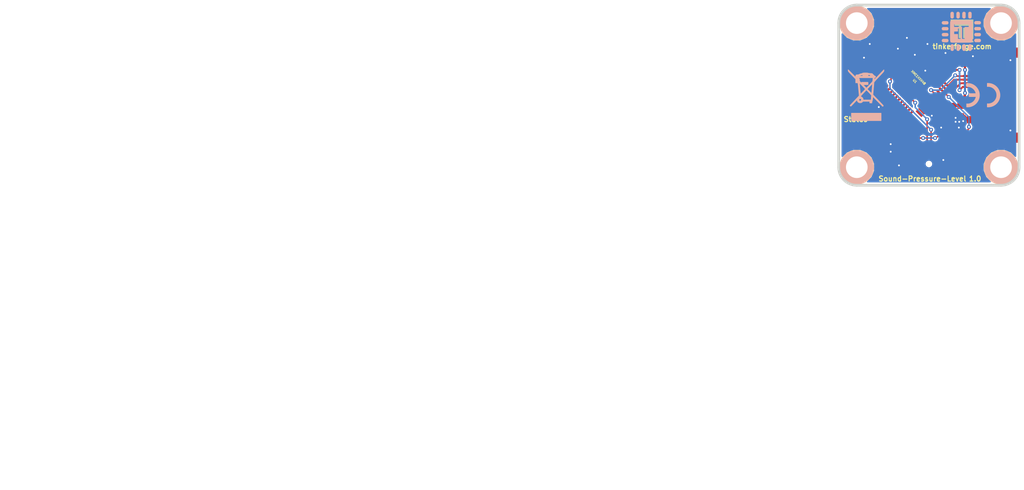
<source format=kicad_pcb>
(kicad_pcb (version 4) (host pcbnew 4.0.7-e2-6376~58~ubuntu17.04.1)
  (title_block (title "Sound-Level-Pressure Bricklet") (date 2018-01-22) (rev 1.0) (company "Tinkerforge GmbH") (comment 1 "Licensed under CERN OHL v.1.1") (comment 2 "Copyright (©) 2018, L.Lauer <lukas@tinkerforge.com>"))
  (layers (0 F.Cu signal) (31 B.Cu signal hide) (34 B.Paste user) (35 F.Paste user) (36 B.SilkS user) (37 F.SilkS user) (38 B.Mask user) (39 F.Mask user) (44 Edge.Cuts user))
  (net 0 "")
  (net 1 GND)
  (net 2 VCC)
  (net 3 S-MISO)
  (net 4 S-CS)
  (net 5 S-CLK)
  (net 6 S-MOSI)
  (net 7 "Net-(C7-Pad1)")
  (net 8 "Net-(C8-Pad1)")
  (net 9 "Net-(C9-Pad1)")
  (net 10 "Net-(D3-Pad2)")
  (net 11 "Net-(P1-Pad1)")
  (net 12 "Net-(P1-Pad4)")
  (net 13 "Net-(P1-Pad5)")
  (net 14 "Net-(P1-Pad6)")
  (net 15 "Net-(P2-Pad2)")
  (net 16 "Net-(R1-Pad1)")
  (net 17 SD)
  (net 18 "Net-(U1-Pad2)")
  (net 19 "Net-(U1-Pad3)")
  (net 20 "Net-(U1-Pad4)")
  (net 21 "Net-(U1-Pad5)")
  (net 22 "Net-(U1-Pad6)")
  (net 23 "Net-(U1-Pad7)")
  (net 24 "Net-(U1-Pad8)")
  (net 25 "Net-(U1-Pad9)")
  (net 26 "Net-(U1-Pad10)")
  (net 27 "Net-(U1-Pad11)")
  (net 28 "Net-(U1-Pad12)")
  (net 29 "Net-(U1-Pad13)")
  (net 30 "Net-(U1-Pad14)")
  (net 31 "Net-(U1-Pad15)")
  (net 32 "Net-(U1-Pad16)")
  (net 33 "Net-(U1-Pad21)")
  (net 34 WS)
  (net 35 "Net-(U1-Pad26)")
  (net 36 "Net-(U1-Pad28)")
  (net 37 "Net-(U1-Pad29)")
  (net 38 "Net-(U1-Pad30)")
  (net 39 "Net-(U1-Pad31)")
  (net 40 "Net-(U1-Pad32)")
  (net 41 "Net-(U1-Pad33)")
  (net 42 "Net-(U1-Pad34)")
  (net 43 "Net-(U1-Pad35)")
  (net 44 "Net-(U1-Pad36)")
  (net 45 "Net-(U1-Pad39)")
  (net 46 "Net-(U1-Pad40)")
  (net 47 "Net-(U1-Pad43)")
  (net 48 "Net-(U1-Pad44)")
  (net 49 SCK)
  (net 50 "Net-(R3-Pad1)")
  (net 51 "Net-(R4-Pad1)")
  (net 52 "Net-(P3-Pad1)")
  (module kicad-libraries:C0603F (layer F.Cu) (at 138.5 132 315)
    (fp_text reference C8)
    (fp_text value 10pF)
    (pad 1 smd rect (at -0.75 0 315) (size 0.9 0.9) (layers F.Cu F.Paste F.Mask) (net 8 "Net-(C8-Pad1)"))
    (pad 2 smd rect (at 0.75 0 315) (size 0.9 0.9) (layers F.Cu F.Paste F.Mask) (net 1 GND))
  )
  (module kicad-libraries:SolderJumper (layer F.Cu) (at 135.05 141.8 45)
    (fp_text reference P2)
    (fp_text value BOOT)
    (pad 2 smd rect (at 0.55 0 45) (size 0.3 1.4) (layers F.Cu F.Mask) (net 15 "Net-(P2-Pad2)"))
    (pad 2 smd rect (at 0.15 0 45) (size 0.6 0.5) (layers F.Cu F.Mask) (net 15 "Net-(P2-Pad2)"))
    (pad 1 smd rect (at -0.5 0 45) (size 0.4 1.4) (layers F.Cu F.Mask) (net 1 GND))
    (pad 1 smd rect (at -0.225 0.55 45) (size 0.95 0.3) (layers F.Cu F.Mask) (net 1 GND))
    (pad 1 smd rect (at -0.225 -0.55 45) (size 0.95 0.3) (layers F.Cu F.Mask) (net 1 GND))
  )
  (module kicad-libraries:C0805 (layer F.Cu) (at 148.5 143.4 90)
    (fp_text reference C1)
    (fp_text value 10uF)
    (pad 1 smd rect (at -1.00076 0 90) (size 1.00076 1.24968) (layers F.Cu F.Paste F.Mask) (net 1 GND) (clearance 0.14986))
    (pad 2 smd rect (at 1.00076 0 90) (size 1.00076 1.24968) (layers F.Cu F.Paste F.Mask) (net 2 VCC) (clearance 0.14986))
  )
  (module kicad-libraries:D0603E (layer F.Cu) (at 132.4 143.15 180)
    (fp_text reference D3)
    (fp_text value blue)
    (pad 1 smd rect (at -0.8501 0 180) (size 1.1 1) (layers F.Cu F.Paste F.Mask) (net 2 VCC))
    (pad 2 smd rect (at 0.8501 0 180) (size 1.1 1) (layers F.Cu F.Paste F.Mask) (net 10 "Net-(D3-Pad2)"))
  )
  (module kicad-libraries:CON-SENSOR2 (layer F.Cu) (at 155.1 141 90)
    (fp_text reference P1)
    (fp_text value CON-SENSOR2)
    (pad 1 smd rect (at -3.75 -4.6 90) (size 0.6 1.8) (layers F.Cu F.Paste F.Mask) (net 11 "Net-(P1-Pad1)"))
    (pad 2 smd rect (at -2.5 -4.6 90) (size 0.6 1.8) (layers F.Cu F.Paste F.Mask) (net 1 GND))
    (pad EP smd rect (at -5.9 -1.2 90) (size 1.4 2.4) (layers F.Cu F.Paste F.Mask) (net 1 GND))
    (pad EP smd rect (at 5.9 -1.2 90) (size 1.4 2.4) (layers F.Cu F.Paste F.Mask) (net 1 GND))
    (pad 3 smd rect (at -1.25 -4.6 90) (size 0.6 1.8) (layers F.Cu F.Paste F.Mask) (net 2 VCC))
    (pad 4 smd rect (at 0 -4.6 90) (size 0.6 1.8) (layers F.Cu F.Paste F.Mask) (net 12 "Net-(P1-Pad4)"))
    (pad 5 smd rect (at 1.25 -4.6 90) (size 0.6 1.8) (layers F.Cu F.Paste F.Mask) (net 13 "Net-(P1-Pad5)"))
    (pad 6 smd rect (at 2.5 -4.6 90) (size 0.6 1.8) (layers F.Cu F.Paste F.Mask) (net 14 "Net-(P1-Pad6)"))
    (pad 7 smd rect (at 3.75 -4.6 90) (size 0.6 1.8) (layers F.Cu F.Paste F.Mask) (net 7 "Net-(C7-Pad1)"))
  )
  (module kicad-libraries:R0603F (layer F.Cu) (at 145.6 146.7 45)
    (fp_text reference R2)
    (fp_text value 100k)
    (pad 1 smd rect (at -0.75 0 45) (size 0.9 0.9) (layers F.Cu F.Paste F.Mask) (net 17 SD))
    (pad 2 smd rect (at 0.75 0 45) (size 0.9 0.9) (layers F.Cu F.Paste F.Mask) (net 1 GND))
  )
  (module kicad-libraries:4X0402 (layer F.Cu) (at 148.2 139.1 90)
    (fp_text reference RP1)
    (fp_text value 220)
    (pad 1 smd rect (at -0.7493 0.575 270) (size 0.29972 0.65) (layers F.Cu F.Paste F.Mask) (net 12 "Net-(P1-Pad4)"))
    (pad 2 smd rect (at -0.24892 0.575 270) (size 0.29972 0.65) (layers F.Cu F.Paste F.Mask) (net 13 "Net-(P1-Pad5)"))
    (pad 3 smd rect (at 0.24892 0.575 270) (size 0.29972 0.65) (layers F.Cu F.Paste F.Mask) (net 14 "Net-(P1-Pad6)"))
    (pad 4 smd rect (at 0.7493 0.575 270) (size 0.29972 0.65) (layers F.Cu F.Paste F.Mask) (net 7 "Net-(C7-Pad1)"))
    (pad 5 smd rect (at 0.7493 -0.575 90) (size 0.29972 0.65) (layers F.Cu F.Paste F.Mask) (net 3 S-MISO))
    (pad 6 smd rect (at 0.24892 -0.575 90) (size 0.29972 0.65) (layers F.Cu F.Paste F.Mask) (net 6 S-MOSI))
    (pad 7 smd rect (at -0.24892 -0.575 90) (size 0.29972 0.65) (layers F.Cu F.Paste F.Mask) (net 5 S-CLK))
    (pad 8 smd rect (at -0.7493 -0.575 90) (size 0.29972 0.65) (layers F.Cu F.Paste F.Mask) (net 4 S-CS))
  )
  (module kicad-libraries:QFN48-EP2 (layer F.Cu) (at 140.65 139.05 315)
    (fp_text reference U1 (at 0 0 315) (layer F.SilkS) (effects (font (size 0.29972 0.29972) (thickness 0.0762))))
    (fp_text value XMC1XXX48 (at 0 -0.7 315) (layer F.SilkS) (effects (font (size 0.29972 0.29972) (thickness 0.0762))))
    (pad 1 smd rect (at -2.74828 3.61188 135) (size 0.29972 1.14808) (layers F.Cu F.Paste F.Mask) (net 15 "Net-(P2-Pad2)"))
    (pad 2 smd rect (at -2.2479 3.61188 135) (size 0.29972 1.14808) (layers F.Cu F.Paste F.Mask) (net 18 "Net-(U1-Pad2)"))
    (pad 3 smd rect (at -1.74752 3.61188 135) (size 0.29972 1.14808) (layers F.Cu F.Paste F.Mask) (net 19 "Net-(U1-Pad3)"))
    (pad 4 smd rect (at -1.24968 3.61188 135) (size 0.29972 1.14808) (layers F.Cu F.Paste F.Mask) (net 20 "Net-(U1-Pad4)"))
    (pad 5 smd rect (at -0.7493 3.61188 135) (size 0.29972 1.14808) (layers F.Cu F.Paste F.Mask) (net 21 "Net-(U1-Pad5)"))
    (pad 6 smd rect (at -0.24892 3.61188 135) (size 0.29972 1.14808) (layers F.Cu F.Paste F.Mask) (net 22 "Net-(U1-Pad6)"))
    (pad 7 smd rect (at 0.24892 3.61188 135) (size 0.29972 1.14808) (layers F.Cu F.Paste F.Mask) (net 23 "Net-(U1-Pad7)"))
    (pad 8 smd rect (at 0.7493 3.61188 135) (size 0.29972 1.14808) (layers F.Cu F.Paste F.Mask) (net 24 "Net-(U1-Pad8)"))
    (pad 9 smd rect (at 1.24968 3.61188 135) (size 0.29972 1.14808) (layers F.Cu F.Paste F.Mask) (net 25 "Net-(U1-Pad9)"))
    (pad 10 smd rect (at 1.74752 3.61188 135) (size 0.29972 1.14808) (layers F.Cu F.Paste F.Mask) (net 26 "Net-(U1-Pad10)"))
    (pad 11 smd rect (at 2.2479 3.61188 135) (size 0.29972 1.14808) (layers F.Cu F.Paste F.Mask) (net 27 "Net-(U1-Pad11)"))
    (pad 12 smd rect (at 2.74828 3.61188 135) (size 0.29972 1.14808) (layers F.Cu F.Paste F.Mask) (net 28 "Net-(U1-Pad12)"))
    (pad 13 smd rect (at 3.61188 2.74828 225) (size 0.29972 1.14808) (layers F.Cu F.Paste F.Mask) (net 29 "Net-(U1-Pad13)"))
    (pad 14 smd rect (at 3.61188 2.2479 225) (size 0.29972 1.14808) (layers F.Cu F.Paste F.Mask) (net 30 "Net-(U1-Pad14)"))
    (pad 15 smd rect (at 3.61188 1.74752 225) (size 0.29972 1.14808) (layers F.Cu F.Paste F.Mask) (net 31 "Net-(U1-Pad15)"))
    (pad 16 smd rect (at 3.61188 1.24968 225) (size 0.29972 1.14808) (layers F.Cu F.Paste F.Mask) (net 32 "Net-(U1-Pad16)"))
    (pad 17 smd rect (at 3.61188 0.7493 225) (size 0.29972 1.14808) (layers F.Cu F.Paste F.Mask) (net 1 GND))
    (pad 18 smd rect (at 3.61188 0.24892 225) (size 0.29972 1.14808) (layers F.Cu F.Paste F.Mask) (net 2 VCC))
    (pad 19 smd rect (at 3.61188 -0.24892 225) (size 0.29972 1.14808) (layers F.Cu F.Paste F.Mask) (net 2 VCC))
    (pad 20 smd rect (at 3.61188 -0.7493 225) (size 0.29972 1.14808) (layers F.Cu F.Paste F.Mask) (net 3 S-MISO))
    (pad 21 smd rect (at 3.61188 -1.24968 225) (size 0.29972 1.14808) (layers F.Cu F.Paste F.Mask) (net 33 "Net-(U1-Pad21)"))
    (pad 22 smd rect (at 3.61188 -1.74752 225) (size 0.29972 1.14808) (layers F.Cu F.Paste F.Mask) (net 34 WS))
    (pad 23 smd rect (at 3.61188 -2.2479 225) (size 0.29972 1.14808) (layers F.Cu F.Paste F.Mask) (net 5 S-CLK))
    (pad 24 smd rect (at 3.61188 -2.74828 225) (size 0.29972 1.14808) (layers F.Cu F.Paste F.Mask) (net 6 S-MOSI))
    (pad 25 smd rect (at 2.74828 -3.61188 315) (size 0.29972 1.14808) (layers F.Cu F.Paste F.Mask) (net 4 S-CS))
    (pad 26 smd rect (at 2.2479 -3.61188 315) (size 0.29972 1.14808) (layers F.Cu F.Paste F.Mask) (net 35 "Net-(U1-Pad26)"))
    (pad 27 smd rect (at 1.74752 -3.61188 315) (size 0.29972 1.14808) (layers F.Cu F.Paste F.Mask) (net 2 VCC))
    (pad 28 smd rect (at 1.24968 -3.61188 315) (size 0.29972 1.14808) (layers F.Cu F.Paste F.Mask) (net 36 "Net-(U1-Pad28)"))
    (pad 29 smd rect (at 0.7493 -3.61188 315) (size 0.29972 1.14808) (layers F.Cu F.Paste F.Mask) (net 37 "Net-(U1-Pad29)"))
    (pad 30 smd rect (at 0.24892 -3.61188 315) (size 0.29972 1.14808) (layers F.Cu F.Paste F.Mask) (net 38 "Net-(U1-Pad30)"))
    (pad 31 smd rect (at -0.24892 -3.61188 315) (size 0.29972 1.14808) (layers F.Cu F.Paste F.Mask) (net 39 "Net-(U1-Pad31)"))
    (pad 32 smd rect (at -0.7493 -3.61188 315) (size 0.29972 1.14808) (layers F.Cu F.Paste F.Mask) (net 40 "Net-(U1-Pad32)"))
    (pad 33 smd rect (at -1.24968 -3.61188 315) (size 0.29972 1.14808) (layers F.Cu F.Paste F.Mask) (net 41 "Net-(U1-Pad33)"))
    (pad 34 smd rect (at -1.74752 -3.61188 315) (size 0.29972 1.14808) (layers F.Cu F.Paste F.Mask) (net 42 "Net-(U1-Pad34)"))
    (pad 35 smd rect (at -2.2479 -3.61188 315) (size 0.29972 1.14808) (layers F.Cu F.Paste F.Mask) (net 43 "Net-(U1-Pad35)"))
    (pad 36 smd rect (at -2.74828 -3.61188 315) (size 0.29972 1.14808) (layers F.Cu F.Paste F.Mask) (net 44 "Net-(U1-Pad36)"))
    (pad 37 smd rect (at -3.60934 -2.74828 45) (size 0.29972 1.15062) (layers F.Cu F.Paste F.Mask) (net 1 GND))
    (pad 38 smd rect (at -3.61188 -2.2479 45) (size 0.29972 1.14808) (layers F.Cu F.Paste F.Mask) (net 2 VCC))
    (pad 39 smd rect (at -3.61188 -1.74752 45) (size 0.29972 1.14808) (layers F.Cu F.Paste F.Mask) (net 45 "Net-(U1-Pad39)"))
    (pad 40 smd rect (at -3.61188 -1.24968 45) (size 0.29972 1.14808) (layers F.Cu F.Paste F.Mask) (net 46 "Net-(U1-Pad40)"))
    (pad 41 smd rect (at -3.61188 -0.7493 45) (size 0.29972 1.14808) (layers F.Cu F.Paste F.Mask) (net 8 "Net-(C8-Pad1)"))
    (pad 42 smd rect (at -3.61188 -0.24892 45) (size 0.29972 1.14808) (layers F.Cu F.Paste F.Mask) (net 9 "Net-(C9-Pad1)"))
    (pad 43 smd rect (at -3.61188 0.24892 45) (size 0.29972 1.14808) (layers F.Cu F.Paste F.Mask) (net 47 "Net-(U1-Pad43)"))
    (pad 44 smd rect (at -3.61188 0.7493 45) (size 0.29972 1.14808) (layers F.Cu F.Paste F.Mask) (net 48 "Net-(U1-Pad44)"))
    (pad 45 smd rect (at -3.61188 1.24968 45) (size 0.29972 1.14808) (layers F.Cu F.Paste F.Mask) (net 49 SCK))
    (pad 46 smd rect (at -3.61188 1.74752 45) (size 0.29972 1.14808) (layers F.Cu F.Paste F.Mask) (net 17 SD))
    (pad 47 smd rect (at -3.61188 2.2479 45) (size 0.29972 1.14808) (layers F.Cu F.Paste F.Mask) (net 52 "Net-(P3-Pad1)"))
    (pad 48 smd rect (at -3.61188 2.74828 45) (size 0.29972 1.14808) (layers F.Cu F.Paste F.Mask) (net 16 "Net-(R1-Pad1)"))
    (pad EP smd rect (at 0 0 315) (size 3.5 3.5) (layers F.Cu F.Paste F.Mask) (net 1 GND))
  )
  (module kicad-libraries:ICS-43432 (layer F.Cu) (at 142.6 150.55 270)
    (fp_text reference U6)
    (fp_text value ICS-43432)
    (fp_circle (center 0 0) (end 0 -0.65) (layer F.Cu) (width 0.3))
    (pad 5 smd rect (at -1.27 -1.08 270) (size 0.4 0.6) (layers F.Cu F.Paste F.Mask) (net 34 WS))
    (pad 4 smd circle (at -0.65 0 270) (size 0.3 0.3) (layers F.Cu F.Paste F.Mask) (net 1 GND))
    (pad "" np_thru_hole circle (at 0 0 270) (size 0.5 0.5) (drill 0.5) (layers *.Cu *.Mask F.SilkS))
    (pad 6 smd rect (at -1.92 -1.08 270) (size 0.4 0.6) (layers F.Cu F.Paste F.Mask) (net 49 SCK))
    (pad 7 smd rect (at -2.57 -1.08 270) (size 0.4 0.6) (layers F.Cu F.Paste F.Mask) (net 17 SD))
    (pad 3 smd rect (at -1.27 1.08 270) (size 0.4 0.6) (layers F.Cu F.Paste F.Mask) (net 2 VCC))
    (pad 1 smd rect (at -2.57 1.08 270) (size 0.4 0.6) (layers F.Cu F.Paste F.Mask) (net 50 "Net-(R3-Pad1)"))
    (pad 2 smd rect (at -1.92 1.08 270) (size 0.4 0.6) (layers F.Cu F.Paste F.Mask) (net 51 "Net-(R4-Pad1)"))
  )
  (module kicad-libraries:CRYSTAL_3225 (layer F.Cu) (at 136.6 133.9 45)
    (fp_text reference X1)
    (fp_text value 16MHz)
    (pad 3 smd rect (at -1.09982 -0.8001 45) (size 1.39954 1.15062) (layers F.Cu F.Paste F.Mask) (net 1 GND))
    (pad 2 smd rect (at 1.09982 -0.8001 45) (size 1.39954 1.15062) (layers F.Cu F.Paste F.Mask) (net 8 "Net-(C8-Pad1)"))
    (pad 1 smd rect (at -1.09982 0.8001 45) (size 1.39954 1.15062) (layers F.Cu F.Paste F.Mask) (net 9 "Net-(C9-Pad1)"))
    (pad 3 smd rect (at 1.09982 0.8001 45) (size 1.39954 1.15062) (layers F.Cu F.Paste F.Mask) (net 1 GND))
  )
  (module kicad-libraries:C0603F (layer F.Cu) (at 147 143.2 90)
    (fp_text reference C2)
    (fp_text value 1uF)
    (pad 1 smd rect (at -0.75 0 90) (size 0.9 0.9) (layers F.Cu F.Paste F.Mask) (net 1 GND))
    (pad 2 smd rect (at 0.75 0 90) (size 0.9 0.9) (layers F.Cu F.Paste F.Mask) (net 2 VCC))
  )
  (module kicad-libraries:C0402F (layer F.Cu) (at 148.7 136.7 90)
    (fp_text reference C7)
    (fp_text value 220pF)
    (pad 2 smd rect (at 0.5 0 90) (size 0.6 0.7) (layers F.Cu F.Paste F.Mask) (net 1 GND))
    (pad 1 smd rect (at -0.5 0 90) (size 0.6 0.7) (layers F.Cu F.Paste F.Mask) (net 7 "Net-(C7-Pad1)"))
  )
  (module kicad-libraries:R0603F (layer F.Cu) (at 134.25 140.1 225)
    (fp_text reference R1)
    (fp_text value 1k)
    (pad 1 smd rect (at -0.75 0 225) (size 0.9 0.9) (layers F.Cu F.Paste F.Mask) (net 16 "Net-(R1-Pad1)"))
    (pad 2 smd rect (at 0.75 0 225) (size 0.9 0.9) (layers F.Cu F.Paste F.Mask) (net 10 "Net-(D3-Pad2)"))
  )
  (module kicad-libraries:DRILL_NP (layer F.Cu) (at 152.6 151)
    (fp_text reference U3 hide)
    (fp_text value DRILL hide)
    (pad "" np_thru_hole circle (at 0 0) (size 2.99974 2.99974) (drill 2.99974) (layers *.Cu *.Mask F.SilkS) (clearance 0.89916))
  )
  (module kicad-libraries:DRILL_NP (layer F.Cu) (at 132.6 131)
    (fp_text reference U4 hide)
    (fp_text value DRILL hide)
    (pad "" np_thru_hole circle (at 0 0) (size 2.99974 2.99974) (drill 2.99974) (layers *.Cu *.Mask F.SilkS) (clearance 0.89916))
  )
  (module kicad-libraries:DRILL_NP (layer F.Cu) (at 132.6 151)
    (fp_text reference U2 hide)
    (fp_text value DRILL hide)
    (pad "" np_thru_hole circle (at 0 0) (size 2.99974 2.99974) (drill 2.99974) (layers *.Cu *.Mask F.SilkS) (clearance 0.89916))
  )
  (module kicad-libraries:DRILL_NP (layer F.Cu) (at 152.6 131)
    (fp_text reference U5 hide)
    (fp_text value DRILL hide)
    (pad "" np_thru_hole circle (at 0 0) (size 2.99974 2.99974) (drill 2.99974) (layers *.Cu *.Mask F.SilkS) (clearance 0.89916))
  )
  (module kicad-libraries:C0603F (layer F.Cu) (at 141.65 133.15)
    (fp_text reference C3)
    (fp_text value 100nF)
    (pad 1 smd rect (at -0.75 0) (size 0.9 0.9) (layers F.Cu F.Paste F.Mask) (net 2 VCC))
    (pad 2 smd rect (at 0.75 0) (size 0.9 0.9) (layers F.Cu F.Paste F.Mask) (net 1 GND))
  )
  (module kicad-libraries:C0603F (layer F.Cu) (at 144.9 136.2 135)
    (fp_text reference C4)
    (fp_text value 100nF)
    (pad 1 smd rect (at -0.75 0 135) (size 0.9 0.9) (layers F.Cu F.Paste F.Mask) (net 2 VCC))
    (pad 2 smd rect (at 0.75 0 135) (size 0.9 0.9) (layers F.Cu F.Paste F.Mask) (net 1 GND))
  )
  (module kicad-libraries:C0603F (layer F.Cu) (at 144.05 142.8 225)
    (fp_text reference C5)
    (fp_text value 100nF)
    (pad 1 smd rect (at -0.75 0 225) (size 0.9 0.9) (layers F.Cu F.Paste F.Mask) (net 2 VCC))
    (pad 2 smd rect (at 0.75 0 225) (size 0.9 0.9) (layers F.Cu F.Paste F.Mask) (net 1 GND))
  )
  (module kicad-libraries:C0603F (layer F.Cu) (at 144.3 144.45 225)
    (fp_text reference C6)
    (fp_text value 220nF)
    (pad 1 smd rect (at -0.75 0 225) (size 0.9 0.9) (layers F.Cu F.Paste F.Mask) (net 2 VCC))
    (pad 2 smd rect (at 0.75 0 225) (size 0.9 0.9) (layers F.Cu F.Paste F.Mask) (net 1 GND))
  )
  (module kicad-libraries:C0603F (layer F.Cu) (at 134.7 135.85 135)
    (fp_text reference C9)
    (fp_text value 10pF)
    (pad 1 smd rect (at -0.75 0 135) (size 0.9 0.9) (layers F.Cu F.Paste F.Mask) (net 9 "Net-(C9-Pad1)"))
    (pad 2 smd rect (at 0.75 0 135) (size 0.9 0.9) (layers F.Cu F.Paste F.Mask) (net 1 GND))
  )
  (module kicad-libraries:R0402F (layer F.Cu) (at 138.55 147.8 180)
    (fp_text reference R3)
    (fp_text value 0)
    (pad 2 smd rect (at 0.5 0 180) (size 0.6 0.7) (layers F.Cu F.Paste F.Mask) (net 1 GND))
    (pad 1 smd rect (at -0.5 0 180) (size 0.6 0.7) (layers F.Cu F.Paste F.Mask) (net 50 "Net-(R3-Pad1)"))
  )
  (module kicad-libraries:R0402F (layer F.Cu) (at 138.55 148.85 180)
    (fp_text reference R4)
    (fp_text value 0)
    (pad 2 smd rect (at 0.5 0 180) (size 0.6 0.7) (layers F.Cu F.Paste F.Mask) (net 1 GND))
    (pad 1 smd rect (at -0.5 0 180) (size 0.6 0.7) (layers F.Cu F.Paste F.Mask) (net 51 "Net-(R4-Pad1)"))
  )
  (module kicad-libraries:Logo_31x31 (layer F.Cu) (at 145.6 130.5)
    (fp_text reference G*** hide)
    (fp_text value Logo_31x31 hide)
  )
  (module kicad-libraries:C0603F (layer F.Cu) (at 139.2 150.05)
    (fp_text reference C10)
    (fp_text value 100nF)
    (pad 1 smd rect (at -0.75 0) (size 0.9 0.9) (layers F.Cu F.Paste F.Mask) (net 1 GND))
    (pad 2 smd rect (at 0.75 0) (size 0.9 0.9) (layers F.Cu F.Paste F.Mask) (net 2 VCC))
  )
  (module kicad-libraries:WEEE_7mm (layer B.Cu) (at 133.9 141 180)
    (fp_text reference VAL hide)
    (fp_text value WEEE_7mm hide)
  )
  (module kicad-libraries:CE_5mm (layer B.Cu) (at 150.1 141 180)
    (fp_text reference VAL hide)
    (fp_text value CE_5mm hide)
  )
  (module kicad-libraries:Logo_CoMCU (layer B.Cu) (at 147.1 132.15 180)
    (fp_text reference G*** hide)
    (fp_text value LOGO hide)
  )
  (module kicad-libraries:Fiducial_Mark (layer F.Cu) (at 131.6 135)
    (fp_text reference Fiducial_Mark hide)
    (fp_text value VAL** hide)
    (pad 1 smd circle (at 0 0) (size 1.00076 1.00076) (layers F.Cu F.Paste F.Mask) (clearance 0.65024))
  )
  (module kicad-libraries:Fiducial_Mark (layer F.Cu) (at 153.6 144.5)
    (fp_text reference Fiducial_Mark hide)
    (fp_text value VAL** hide)
    (pad 1 smd circle (at 0 0) (size 1.00076 1.00076) (layers F.Cu F.Paste F.Mask) (clearance 0.65024))
  )
  (module kicad-libraries:Fiducial_Mark (layer F.Cu) (at 134.6 147.5)
    (fp_text reference Fiducial_Mark hide)
    (fp_text value VAL** hide)
    (pad 1 smd circle (at 0 0) (size 1.00076 1.00076) (layers F.Cu F.Paste F.Mask) (clearance 0.65024))
  )
  (module kicad-libraries:DEBUG_PAD (layer F.Cu) (at 132.22 138.37)
    (fp_text reference P3)
    (fp_text value DEBUG)
    (pad 1 smd circle (at 0 0) (size 0.7 0.7) (layers F.Cu F.Paste F.Mask) (net 52 "Net-(P3-Pad1)"))
  )
  (gr_line (start 152.6 128.5) (end 132.6 128.5) (angle 90) (layer Edge.Cuts) (width 0.381))
  (gr_line (start 132.6 153.5) (end 152.6 153.5) (angle 90) (layer Edge.Cuts) (width 0.381))
  (gr_text 1.0 (at 149 152.6) (layer F.SilkS) (effects (font (size 0.7 0.7))))
  (gr_text Status (at 132.45 144.35) (layer F.SilkS) (effects (font (size 0.7 0.7))))
  (gr_text Sound-Pressure-Level (at 141.7 152.6) (layer F.SilkS) (effects (font (size 0.7 0.7))))
  (gr_text tinkerforge.com (at 147.2 134.25) (layer F.SilkS) (effects (font (size 0.7 0.7))))
  (gr_line (start 155.1 151) (end 155.1 131) (angle 90) (layer Edge.Cuts) (width 0.381))
  (gr_line (start 130.1 131) (end 130.1 151) (angle 90) (layer Edge.Cuts) (width 0.381))
  (gr_arc (start 132.6 131) (end 130.1 131) (angle 90) (layer Edge.Cuts) (width 0.381))
  (gr_arc (start 132.6 151) (end 132.6 153.5) (angle 90) (layer Edge.Cuts) (width 0.381))
  (gr_arc (start 152.6 151) (end 155.1 151) (angle 90) (layer Edge.Cuts) (width 0.381))
  (gr_arc (start 152.6 131) (end 152.6 128.5) (angle 90) (layer Edge.Cuts) (width 0.381))
  (segment (start 142.6 149.9) (end 144.5 149.9) (width 0.2) (layer F.Cu) (net 1))
  (via (at 144.6 150) (size 0.55) (drill 0.25) (layers F.Cu B.Cu) (net 1))
  (segment (start 144.5 149.9) (end 144.6 150) (width 0.2) (layer F.Cu) (net 1))
  (segment (start 134.696447 142.153553) (end 134.696447 142.146447) (width 0.2) (layer F.Cu) (net 1))
  (segment (start 134.696447 142.146447) (end 134.4 141.85) (width 0.2) (layer F.Cu) (net 1))
  (segment (start 134.4 141.85) (end 134.4 141.7) (width 0.2) (layer F.Cu) (net 1))
  (segment (start 134.4 141.7) (end 134.65 141.45) (width 0.2) (layer F.Cu) (net 1))
  (segment (start 134.65 141.45) (end 134.501992 141.57019) (width 0.2) (layer F.Cu) (net 1))
  (segment (start 135.27981 142.348008) (end 135.251992 142.348008) (width 0.2) (layer F.Cu) (net 1))
  (segment (start 135.251992 142.348008) (end 135.1 142.5) (width 0.2) (layer F.Cu) (net 1))
  (segment (start 135.1 142.5) (end 135.05 142.5) (width 0.2) (layer F.Cu) (net 1))
  (segment (start 135.05 142.5) (end 134.75 142.2) (width 0.2) (layer F.Cu) (net 1))
  (segment (start 134.75 142.2) (end 134.696447 142.153553) (width 0.2) (layer F.Cu) (net 1))
  (segment (start 138.45 150.05) (end 138.45 150.75) (width 0.5) (layer F.Cu) (net 1))
  (via (at 138.45 150.75) (size 0.55) (drill 0.25) (layers F.Cu B.Cu) (net 1))
  (segment (start 146.13033 146.11967) (end 146.75 145.5) (width 0.5) (layer F.Cu) (net 1))
  (via (at 146.75 145.5) (size 0.55) (drill 0.25) (layers F.Cu B.Cu) (net 1))
  (segment (start 146.8 144.15) (end 146.3 144.15) (width 0.5) (layer F.Cu) (net 1))
  (via (at 146.3 144.15) (size 0.55) (drill 0.25) (layers F.Cu B.Cu) (net 1))
  (segment (start 146.3 144.6) (end 146.95 143.95) (width 0.5) (layer F.Cu) (net 1))
  (via (at 146.3 144.7) (size 0.55) (drill 0.25) (layers F.Cu B.Cu) (net 1))
  (segment (start 146.3 144.6) (end 146.3 144.7) (width 0.5) (layer F.Cu) (net 1))
  (segment (start 146.3 144.15) (end 146.3 144.7) (width 0.5) (layer F.Cu) (net 1))
  (segment (start 146.8 144.15) (end 147 143.95) (width 0.5) (layer F.Cu) (net 1))
  (segment (start 147 143.95) (end 147 144.25) (width 0.5) (layer F.Cu) (net 1))
  (segment (start 147 144.25) (end 147.35 144.6) (width 0.5) (layer F.Cu) (net 1))
  (via (at 147.35 144.6) (size 0.55) (drill 0.25) (layers F.Cu B.Cu) (net 1))
  (segment (start 135.27981 142.348008) (end 135.348008 142.348008) (width 0.2) (layer F.Cu) (net 1))
  (segment (start 135.348008 142.348008) (end 135.65 142.65) (width 0.2) (layer F.Cu) (net 1))
  (via (at 135.65 142.65) (size 0.55) (drill 0.25) (layers F.Cu B.Cu) (net 1))
  (segment (start 138.05 147.8) (end 137.3 147.8) (width 0.5) (layer F.Cu) (net 1))
  (via (at 137.3 147.8) (size 0.55) (drill 0.25) (layers F.Cu B.Cu) (net 1))
  (segment (start 138.05 148.85) (end 137.3 148.85) (width 0.5) (layer F.Cu) (net 1))
  (via (at 137.3 148.85) (size 0.55) (drill 0.25) (layers F.Cu B.Cu) (net 1))
  (segment (start 143.76967 144.98033) (end 143.78033 144.98033) (width 0.2) (layer F.Cu) (net 1))
  (segment (start 143.78033 144.98033) (end 144.3 145.5) (width 0.5) (layer F.Cu) (net 1))
  (via (at 144.3 145.5) (size 0.55) (drill 0.25) (layers F.Cu B.Cu) (net 1))
  (segment (start 143.51967 143.33033) (end 143 143.85) (width 0.5) (layer F.Cu) (net 1))
  (via (at 143 143.85) (size 0.55) (drill 0.25) (layers F.Cu B.Cu) (net 1))
  (segment (start 142.67415 142.13382) (end 142.68382 142.13382) (width 0.2) (layer F.Cu) (net 1))
  (segment (start 142.68382 142.13382) (end 143.51967 142.96967) (width 0.2) (layer F.Cu) (net 1))
  (segment (start 143.51967 142.96967) (end 143.51967 143.33033) (width 0.2) (layer F.Cu) (net 1))
  (segment (start 144.36967 135.66967) (end 144.38033 135.66967) (width 0.2) (layer F.Cu) (net 1))
  (segment (start 144.38033 135.66967) (end 144.9 135.15) (width 0.5) (layer F.Cu) (net 1))
  (via (at 144.9 135.15) (size 0.55) (drill 0.25) (layers F.Cu B.Cu) (net 1))
  (segment (start 142.4 133.15) (end 142.4 133.9) (width 0.5) (layer F.Cu) (net 1))
  (via (at 142.4 133.9) (size 0.55) (drill 0.25) (layers F.Cu B.Cu) (net 1))
  (segment (start 137.943446 133.688066) (end 137.943446 134.193446) (width 0.2) (layer F.Cu) (net 1))
  (segment (start 137.943446 134.193446) (end 138.3 134.55) (width 0.5) (layer F.Cu) (net 1))
  (via (at 138.3 134.55) (size 0.55) (drill 0.25) (layers F.Cu B.Cu) (net 1))
  (segment (start 140.041139 134.554484) (end 140.041139 134.591139) (width 0.2) (layer F.Cu) (net 1))
  (segment (start 140.041139 134.591139) (end 140.65 135.2) (width 0.2) (layer F.Cu) (net 1))
  (segment (start 140.65 135.2) (end 140.65 135.4) (width 0.2) (layer F.Cu) (net 1))
  (via (at 140.65 135.4) (size 0.55) (drill 0.25) (layers F.Cu B.Cu) (net 1))
  (segment (start 140.65 139.05) (end 142.1 137.6) (width 0.2) (layer F.Cu) (net 1))
  (via (at 142.1 137.6) (size 0.55) (drill 0.25) (layers F.Cu B.Cu) (net 1))
  (segment (start 134.16967 135.31967) (end 134.08033 135.31967) (width 0.2) (layer F.Cu) (net 1))
  (segment (start 134.08033 135.31967) (end 133.6 135.8) (width 0.5) (layer F.Cu) (net 1))
  (via (at 133.6 135.8) (size 0.55) (drill 0.25) (layers F.Cu B.Cu) (net 1))
  (segment (start 135.256554 134.111934) (end 134.611934 134.111934) (width 0.2) (layer F.Cu) (net 1))
  (segment (start 134.611934 134.111934) (end 134.4 133.9) (width 0.2) (layer F.Cu) (net 1))
  (via (at 134.4 133.9) (size 0.55) (drill 0.25) (layers F.Cu B.Cu) (net 1))
  (segment (start 139.03033 132.53033) (end 139.55 133.05) (width 0.5) (layer F.Cu) (net 1))
  (via (at 139.55 133.05) (size 0.55) (drill 0.25) (layers F.Cu B.Cu) (net 1))
  (segment (start 137.943446 133.688066) (end 137.943446 133.693446) (width 0.2) (layer F.Cu) (net 1))
  (segment (start 134.16967 135.31967) (end 134.16967 135.198818) (width 0.2) (layer F.Cu) (net 1))
  (segment (start 134.16967 135.198818) (end 135.256554 134.111934) (width 0.5) (layer F.Cu) (net 1))
  (segment (start 148.7 136.2) (end 148.7 135.6) (width 0.5) (layer F.Cu) (net 1))
  (via (at 148.7 135.6) (size 0.55) (drill 0.25) (layers F.Cu B.Cu) (net 1))
  (segment (start 153.9 146.9) (end 153.9 145.9) (width 0.5) (layer F.Cu) (net 1))
  (via (at 153.9 145.9) (size 0.55) (drill 0.25) (layers F.Cu B.Cu) (net 1))
  (segment (start 153.9 135.1) (end 153.9 136.15) (width 0.5) (layer F.Cu) (net 1))
  (via (at 153.9 136.15) (size 0.55) (drill 0.25) (layers F.Cu B.Cu) (net 1))
  (segment (start 148.5 144.40076) (end 147.90076 144.40076) (width 0.5) (layer F.Cu) (net 1))
  (segment (start 147.90076 144.40076) (end 147.45 143.95) (width 0.5) (layer F.Cu) (net 1))
  (segment (start 147.45 143.95) (end 147 143.95) (width 0.5) (layer F.Cu) (net 1))
  (segment (start 149.9 143.5) (end 148.99924 144.40076) (width 0.5) (layer F.Cu) (net 1))
  (segment (start 148.99924 144.40076) (end 148.5 144.40076) (width 0.5) (layer F.Cu) (net 1))
  (segment (start 147 143.95) (end 146.95 143.95) (width 0.5) (layer F.Cu) (net 1))
  (segment (start 147 143.95) (end 147 144.5) (width 0.5) (layer F.Cu) (net 1))
  (via (at 146.8 144.7) (size 0.55) (drill 0.25) (layers F.Cu B.Cu) (net 1))
  (segment (start 147 144.5) (end 146.8 144.7) (width 0.5) (layer F.Cu) (net 1))
  (segment (start 147 143.95) (end 147 144.4) (width 0.5) (layer F.Cu) (net 1))
  (segment (start 150.5 143.5) (end 149.9 143.5) (width 0.5) (layer F.Cu) (net 1))
  (segment (start 137.943446 133.688066) (end 137.943446 133.617214) (width 0.2) (layer F.Cu) (net 1))
  (segment (start 137.943446 133.617214) (end 139.03033 132.53033) (width 0.5) (layer F.Cu) (net 1))
  (segment (start 139.95 150.05) (end 139.95 150.85) (width 0.2) (layer F.Cu) (net 2))
  (segment (start 137.35 146.95) (end 138.15 146.95) (width 0.2) (layer F.Cu) (net 2))
  (segment (start 136.7 147.6) (end 137.35 146.95) (width 0.2) (layer F.Cu) (net 2))
  (segment (start 136.7 150.5) (end 136.7 147.6) (width 0.2) (layer F.Cu) (net 2))
  (segment (start 137.6 151.4) (end 136.7 150.5) (width 0.2) (layer F.Cu) (net 2))
  (segment (start 139.4 151.4) (end 137.6 151.4) (width 0.2) (layer F.Cu) (net 2))
  (segment (start 139.95 150.85) (end 139.4 151.4) (width 0.2) (layer F.Cu) (net 2))
  (segment (start 141.52 149.28) (end 140.42 149.28) (width 0.2) (layer F.Cu) (net 2))
  (segment (start 140.42 149.28) (end 139.95 149.75) (width 0.2) (layer F.Cu) (net 2))
  (segment (start 139.95 149.75) (end 139.95 150.05) (width 0.2) (layer F.Cu) (net 2))
  (segment (start 141.8 146.95) (end 138.15 146.95) (width 0.2) (layer F.Cu) (net 2))
  (segment (start 134.35 143.15) (end 133.2501 143.15) (width 0.2) (layer F.Cu) (net 2))
  (segment (start 138.15 146.95) (end 134.35 143.15) (width 0.2) (layer F.Cu) (net 2))
  (segment (start 144.83033 143.91967) (end 144.83033 144.28033) (width 0.2) (layer F.Cu) (net 2))
  (segment (start 144.83033 144.28033) (end 145.1 144.55) (width 0.2) (layer F.Cu) (net 2))
  (segment (start 141.8 146.95) (end 141.85 147) (width 0.2) (layer F.Cu) (net 2))
  (via (at 141.8 146.95) (size 0.55) (drill 0.25) (layers F.Cu B.Cu) (net 2))
  (segment (start 143.45 146.95) (end 141.8 146.95) (width 0.2) (layer B.Cu) (net 2))
  (via (at 143.45 146.95) (size 0.55) (drill 0.25) (layers F.Cu B.Cu) (net 2))
  (segment (start 143.6 146.95) (end 143.45 146.95) (width 0.2) (layer F.Cu) (net 2))
  (segment (start 145.1 145.45) (end 143.6 146.95) (width 0.2) (layer F.Cu) (net 2))
  (segment (start 145.1 144.55) (end 145.1 145.45) (width 0.2) (layer F.Cu) (net 2))
  (segment (start 144.83033 143.91967) (end 144.83033 144.23033) (width 0.25) (layer F.Cu) (net 2))
  (segment (start 146.35 135.2) (end 146.35 136.3) (width 0.3) (layer F.Cu) (net 2))
  (segment (start 143.4 132.25) (end 146.35 135.2) (width 0.3) (layer F.Cu) (net 2))
  (segment (start 141.2 132.25) (end 143.4 132.25) (width 0.3) (layer F.Cu) (net 2))
  (segment (start 140.9 132.55) (end 141.2 132.25) (width 0.3) (layer F.Cu) (net 2))
  (segment (start 140.9 133.15) (end 140.9 132.55) (width 0.3) (layer F.Cu) (net 2))
  (segment (start 146.35 136.3) (end 145.86066 136.3) (width 0.3) (layer F.Cu) (net 2))
  (segment (start 147 142.45) (end 147 141.65) (width 0.3) (layer F.Cu) (net 2))
  (segment (start 147 141.65) (end 147.6 141.05) (width 0.3) (layer F.Cu) (net 2))
  (segment (start 147.6 141.05) (end 147.6 140.7) (width 0.3) (layer F.Cu) (net 2))
  (via (at 147.6 140.7) (size 0.55) (drill 0.25) (layers F.Cu B.Cu) (net 2))
  (segment (start 147.6 140.7) (end 147.6 137.5) (width 0.3) (layer B.Cu) (net 2))
  (via (at 147.6 137.5) (size 0.55) (drill 0.25) (layers F.Cu B.Cu) (net 2))
  (segment (start 147.6 137.5) (end 147.6 137.05) (width 0.3) (layer F.Cu) (net 2))
  (segment (start 147.6 137.05) (end 146.85 136.3) (width 0.3) (layer F.Cu) (net 2))
  (segment (start 146.85 136.3) (end 146.35 136.3) (width 0.3) (layer F.Cu) (net 2))
  (segment (start 145.86066 136.3) (end 145.43033 136.73033) (width 0.3) (layer F.Cu) (net 2))
  (segment (start 144.58033 142.26967) (end 146.11967 142.26967) (width 0.4) (layer F.Cu) (net 2))
  (segment (start 146.11967 142.26967) (end 146.3 142.45) (width 0.4) (layer F.Cu) (net 2))
  (segment (start 147 142.45) (end 146.3 142.45) (width 0.4) (layer F.Cu) (net 2))
  (segment (start 146.3 142.45) (end 144.83033 143.91967) (width 0.4) (layer F.Cu) (net 2))
  (segment (start 143.027972 141.779998) (end 143.029998 141.779998) (width 0.2) (layer F.Cu) (net 2))
  (segment (start 143.029998 141.779998) (end 144.5 143.25) (width 0.2) (layer F.Cu) (net 2))
  (segment (start 144.5 143.58934) (end 144.83033 143.91967) (width 0.2) (layer F.Cu) (net 2))
  (segment (start 144.5 143.25) (end 144.5 143.58934) (width 0.2) (layer F.Cu) (net 2))
  (segment (start 143.379998 141.427972) (end 143.379998 141.429998) (width 0.2) (layer F.Cu) (net 2))
  (segment (start 143.379998 141.429998) (end 144.21967 142.26967) (width 0.2) (layer F.Cu) (net 2))
  (segment (start 144.21967 142.26967) (end 144.58033 142.26967) (width 0.2) (layer F.Cu) (net 2))
  (segment (start 144.439668 137.731698) (end 144.439668 137.720992) (width 0.2) (layer F.Cu) (net 2))
  (segment (start 144.439668 137.720992) (end 145.43033 136.73033) (width 0.2) (layer F.Cu) (net 2))
  (segment (start 139.68552 134.90651) (end 139.68552 134.88552) (width 0.2) (layer F.Cu) (net 2))
  (segment (start 139.68552 134.88552) (end 139.15 134.35) (width 0.2) (layer F.Cu) (net 2))
  (segment (start 139.15 134.35) (end 139.15 134.15) (width 0.2) (layer F.Cu) (net 2))
  (segment (start 139.15 134.15) (end 139.6 133.7) (width 0.2) (layer F.Cu) (net 2))
  (segment (start 139.6 133.7) (end 140.35 133.7) (width 0.2) (layer F.Cu) (net 2))
  (segment (start 140.35 133.7) (end 140.9 133.15) (width 0.2) (layer F.Cu) (net 2))
  (segment (start 148.5 142.39924) (end 147.05076 142.39924) (width 0.4) (layer F.Cu) (net 2))
  (segment (start 147.05076 142.39924) (end 147 142.45) (width 0.5) (layer F.Cu) (net 2))
  (segment (start 150.5 142.25) (end 149.45 142.25) (width 0.5) (layer F.Cu) (net 2))
  (segment (start 149.30076 142.39924) (end 148.5 142.39924) (width 0.5) (layer F.Cu) (net 2))
  (segment (start 149.45 142.25) (end 149.30076 142.39924) (width 0.5) (layer F.Cu) (net 2))
  (segment (start 147.625 138.3507) (end 146.3507 138.3507) (width 0.2) (layer F.Cu) (net 3))
  (segment (start 142.9 140.3) (end 143.67415 141.07415) (width 0.2) (layer F.Cu) (net 3))
  (via (at 142.9 140.3) (size 0.55) (drill 0.25) (layers F.Cu B.Cu) (net 3))
  (segment (start 144.2 140.3) (end 142.9 140.3) (width 0.2) (layer B.Cu) (net 3))
  (segment (start 146.25 138.25) (end 144.2 140.3) (width 0.2) (layer B.Cu) (net 3))
  (via (at 146.25 138.25) (size 0.55) (drill 0.25) (layers F.Cu B.Cu) (net 3))
  (segment (start 146.3507 138.3507) (end 146.25 138.25) (width 0.2) (layer F.Cu) (net 3))
  (segment (start 143.67415 141.07415) (end 143.73382 141.07415) (width 0.2) (layer F.Cu) (net 3))
  (segment (start 143.73382 141.08382) (end 143.73382 141.07415) (width 0.25) (layer F.Cu) (net 3))
  (segment (start 147.414483 138.3507) (end 147.625 138.3507) (width 0.25) (layer F.Cu) (net 3))
  (segment (start 147.625 139.8493) (end 147.3007 139.8493) (width 0.25) (layer F.Cu) (net 4))
  (segment (start 147.3007 139.8493) (end 146.85 140.3) (width 0.25) (layer F.Cu) (net 4))
  (via (at 146.85 140.3) (size 0.55) (drill 0.25) (layers F.Cu B.Cu) (net 4))
  (segment (start 146.85 140.3) (end 146.85 137.5) (width 0.25) (layer B.Cu) (net 4))
  (via (at 146.85 137.5) (size 0.55) (drill 0.25) (layers F.Cu B.Cu) (net 4))
  (segment (start 146.85 137.5) (end 146.15 137.5) (width 0.25) (layer F.Cu) (net 4))
  (segment (start 146.15 137.5) (end 146.1 137.5) (width 0.25) (layer F.Cu) (net 4))
  (segment (start 146.1 137.5) (end 145.160657 138.439343) (width 0.25) (layer F.Cu) (net 4))
  (segment (start 145.160657 138.439343) (end 145.147312 138.439343) (width 0.25) (layer F.Cu) (net 4))
  (segment (start 147.625 139.34892) (end 147.00108 139.34892) (width 0.25) (layer F.Cu) (net 5))
  (segment (start 145.37901 140.6) (end 144.79349 140.01448) (width 0.25) (layer F.Cu) (net 5))
  (segment (start 145.75 140.6) (end 145.37901 140.6) (width 0.25) (layer F.Cu) (net 5))
  (segment (start 147.00108 139.34892) (end 145.75 140.6) (width 0.25) (layer F.Cu) (net 5))
  (segment (start 147.625 138.85108) (end 146.09892 138.85108) (width 0.25) (layer F.Cu) (net 6))
  (segment (start 146.09892 138.85108) (end 145.289343 139.660657) (width 0.25) (layer F.Cu) (net 6))
  (segment (start 145.289343 139.660657) (end 145.147312 139.660657) (width 0.25) (layer F.Cu) (net 6))
  (segment (start 150.5 137.25) (end 148.7 137.25) (width 0.25) (layer F.Cu) (net 7))
  (segment (start 148.7 138.2757) (end 148.7 137.25) (width 0.25) (layer F.Cu) (net 7))
  (segment (start 148.775 138.3507) (end 148.7 138.2757) (width 0.25) (layer F.Cu) (net 7))
  (segment (start 136.811934 132.556554) (end 136.882786 132.556554) (width 0.2) (layer F.Cu) (net 8))
  (segment (start 136.882786 132.556554) (end 137.96967 131.46967) (width 0.2) (layer F.Cu) (net 8))
  (segment (start 136.811934 132.556554) (end 136.811934 133.088066) (width 0.2) (layer F.Cu) (net 8))
  (segment (start 136.811934 133.088066) (end 136.45 133.45) (width 0.2) (layer F.Cu) (net 8))
  (segment (start 136.45 133.45) (end 136.45 133.79033) (width 0.2) (layer F.Cu) (net 8))
  (segment (start 136.45 133.79033) (end 138.62585 135.96618) (width 0.2) (layer F.Cu) (net 8))
  (segment (start 138.272028 136.320002) (end 138.270002 136.320002) (width 0.2) (layer F.Cu) (net 9))
  (segment (start 138.270002 136.320002) (end 137.63 135.68) (width 0.2) (layer F.Cu) (net 9))
  (segment (start 137.63 135.68) (end 136.82462 135.68) (width 0.2) (layer F.Cu) (net 9))
  (segment (start 136.82462 135.68) (end 136.388066 135.243446) (width 0.2) (layer F.Cu) (net 9))
  (segment (start 135.23033 136.38033) (end 135.251182 136.38033) (width 0.2) (layer F.Cu) (net 9))
  (segment (start 135.251182 136.38033) (end 136.388066 135.243446) (width 0.2) (layer F.Cu) (net 9))
  (segment (start 131.3 143.0499) (end 131.3001 143.0499) (width 0.3) (layer F.Cu) (net 10))
  (segment (start 131.3001 143.0499) (end 133.71967 140.63033) (width 0.3) (layer F.Cu) (net 10))
  (segment (start 148.775 139.8493) (end 148.9493 139.8493) (width 0.25) (layer F.Cu) (net 12))
  (segment (start 148.9493 139.8493) (end 149.2 140.1) (width 0.25) (layer F.Cu) (net 12))
  (segment (start 149.2 140.1) (end 149.2 140.5) (width 0.25) (layer F.Cu) (net 12))
  (segment (start 149.2 140.5) (end 149.7 141) (width 0.25) (layer F.Cu) (net 12))
  (segment (start 149.7 141) (end 150.5 141) (width 0.25) (layer F.Cu) (net 12))
  (segment (start 148.775 139.34892) (end 149.24892 139.34892) (width 0.25) (layer F.Cu) (net 13))
  (segment (start 149.24892 139.34892) (end 149.65 139.75) (width 0.25) (layer F.Cu) (net 13))
  (segment (start 149.65 139.75) (end 150.5 139.75) (width 0.25) (layer F.Cu) (net 13))
  (segment (start 148.775 138.85108) (end 149.24892 138.85108) (width 0.25) (layer F.Cu) (net 14))
  (segment (start 149.24892 138.85108) (end 149.6 138.5) (width 0.25) (layer F.Cu) (net 14))
  (segment (start 149.6 138.5) (end 150.5 138.5) (width 0.25) (layer F.Cu) (net 14))
  (segment (start 135.438909 141.411091) (end 135.156066 141.693934) (width 0.2) (layer F.Cu) (net 15))
  (segment (start 136.152688 139.660657) (end 136.139343 139.660657) (width 0.2) (layer F.Cu) (net 15))
  (segment (start 136.139343 139.660657) (end 135.5 140.3) (width 0.2) (layer F.Cu) (net 15))
  (segment (start 135.5 140.3) (end 135.5 141.35) (width 0.2) (layer F.Cu) (net 15))
  (segment (start 135.5 141.35) (end 135.438909 141.411091) (width 0.2) (layer F.Cu) (net 15))
  (segment (start 134.78033 139.56967) (end 135.022361 139.56967) (width 0.25) (layer F.Cu) (net 16))
  (segment (start 135.022361 139.56967) (end 136.152688 138.439343) (width 0.25) (layer F.Cu) (net 16))
  (segment (start 145.06967 147.23033) (end 144.32 147.98) (width 0.2) (layer F.Cu) (net 17))
  (segment (start 144.32 147.98) (end 143.68 147.98) (width 0.2) (layer F.Cu) (net 17))
  (segment (start 143.68 147.98) (end 143.48 147.98) (width 0.2) (layer F.Cu) (net 17))
  (segment (start 143.48 147.98) (end 142.9 147.4) (width 0.2) (layer F.Cu) (net 17))
  (segment (start 137.35 138.221366) (end 136.860332 137.731698) (width 0.2) (layer F.Cu) (net 17))
  (segment (start 137.35 138.95) (end 137.35 138.221366) (width 0.2) (layer F.Cu) (net 17))
  (segment (start 137.2 139.1) (end 137.35 138.95) (width 0.2) (layer F.Cu) (net 17))
  (via (at 137.2 139.1) (size 0.55) (drill 0.25) (layers F.Cu B.Cu) (net 17))
  (segment (start 137.2 140.1) (end 137.2 139.1) (width 0.2) (layer B.Cu) (net 17))
  (segment (start 142.9 145.8) (end 137.2 140.1) (width 0.2) (layer B.Cu) (net 17))
  (via (at 142.9 145.8) (size 0.55) (drill 0.25) (layers F.Cu B.Cu) (net 17))
  (segment (start 142.9 147.4) (end 142.9 145.8) (width 0.2) (layer F.Cu) (net 17))
  (segment (start 136.931698 137.731698) (end 136.860332 137.731698) (width 0.2) (layer F.Cu) (net 17))
  (segment (start 136.881698 137.731698) (end 136.860332 137.731698) (width 0.2) (layer F.Cu) (net 17))
  (segment (start 143.68 149.28) (end 144.52 149.28) (width 0.2) (layer F.Cu) (net 34))
  (segment (start 148.15 145.65) (end 148.15 145.4) (width 0.2) (layer F.Cu) (net 34))
  (segment (start 144.52 149.28) (end 148.15 145.65) (width 0.2) (layer F.Cu) (net 34))
  (segment (start 144.439668 140.368302) (end 144.468302 140.368302) (width 0.2) (layer F.Cu) (net 34))
  (segment (start 144.468302 140.368302) (end 145.35 141.25) (width 0.2) (layer F.Cu) (net 34))
  (via (at 145.35 141.25) (size 0.55) (drill 0.25) (layers F.Cu B.Cu) (net 34))
  (segment (start 145.35 141.25) (end 148.15 144.05) (width 0.2) (layer B.Cu) (net 34))
  (segment (start 148.15 144.05) (end 148.15 145.4) (width 0.2) (layer B.Cu) (net 34))
  (via (at 148.15 145.4) (size 0.55) (drill 0.25) (layers F.Cu B.Cu) (net 34))
  (segment (start 143.68 148.63) (end 142.83 148.63) (width 0.2) (layer F.Cu) (net 49))
  (segment (start 142.83 148.63) (end 142.35 148.15) (width 0.2) (layer F.Cu) (net 49))
  (segment (start 143.33 148.63) (end 142.83 148.63) (width 0.2) (layer F.Cu) (net 49))
  (segment (start 137.8 137.967314) (end 137.212358 137.379672) (width 0.2) (layer F.Cu) (net 49))
  (segment (start 137.8 139.15) (end 137.8 137.967314) (width 0.2) (layer F.Cu) (net 49))
  (segment (start 140.7 142.05) (end 137.8 139.15) (width 0.2) (layer F.Cu) (net 49))
  (via (at 140.7 142.05) (size 0.55) (drill 0.25) (layers F.Cu B.Cu) (net 49))
  (segment (start 140.7 142.7) (end 140.7 142.05) (width 0.2) (layer B.Cu) (net 49))
  (segment (start 142.35 144.35) (end 140.7 142.7) (width 0.2) (layer B.Cu) (net 49))
  (via (at 142.35 144.35) (size 0.55) (drill 0.25) (layers F.Cu B.Cu) (net 49))
  (segment (start 142.35 148.15) (end 142.35 144.35) (width 0.2) (layer F.Cu) (net 49))
  (segment (start 142.83 148.63) (end 142.35 148.15) (width 0.2) (layer F.Cu) (net 49))
  (segment (start 137.279672 137.379672) (end 137.212358 137.379672) (width 0.2) (layer F.Cu) (net 49))
  (segment (start 137.212358 137.412358) (end 137.212358 137.379672) (width 0.2) (layer F.Cu) (net 49))
  (segment (start 141.52 147.98) (end 140.48 147.98) (width 0.2) (layer F.Cu) (net 50))
  (segment (start 140.3 147.8) (end 139.05 147.8) (width 0.2) (layer F.Cu) (net 50))
  (segment (start 140.48 147.98) (end 140.3 147.8) (width 0.2) (layer F.Cu) (net 50))
  (segment (start 141.52 148.63) (end 140.07 148.63) (width 0.2) (layer F.Cu) (net 51))
  (segment (start 139.85 148.85) (end 139.05 148.85) (width 0.2) (layer F.Cu) (net 51))
  (segment (start 140.07 148.63) (end 139.85 148.85) (width 0.2) (layer F.Cu) (net 51))
  (segment (start 136.50651 138.08552) (end 136.50552 138.08552) (width 0.2) (layer F.Cu) (net 52))
  (segment (start 136.50552 138.08552) (end 135.99 137.57) (width 0.2) (layer F.Cu) (net 52))
  (segment (start 135.99 137.57) (end 133.02 137.57) (width 0.2) (layer F.Cu) (net 52))
  (segment (start 133.02 137.57) (end 132.22 138.37) (width 0.2) (layer F.Cu) (net 52))
  (zone (net 1) (net_name GND) (layer B.Cu) (connect_pads yes (clearance 0.2)) (min_thickness 0.2) (fill yes (arc_segments 16) (thermal_gap 0.21) (thermal_bridge_width 0.21))
    (polygon (pts (xy 155.1 153.5) (xy 130.1 153.5) (xy 130.1 128.5) (xy 155.1 128.5)))
  )
)
</source>
